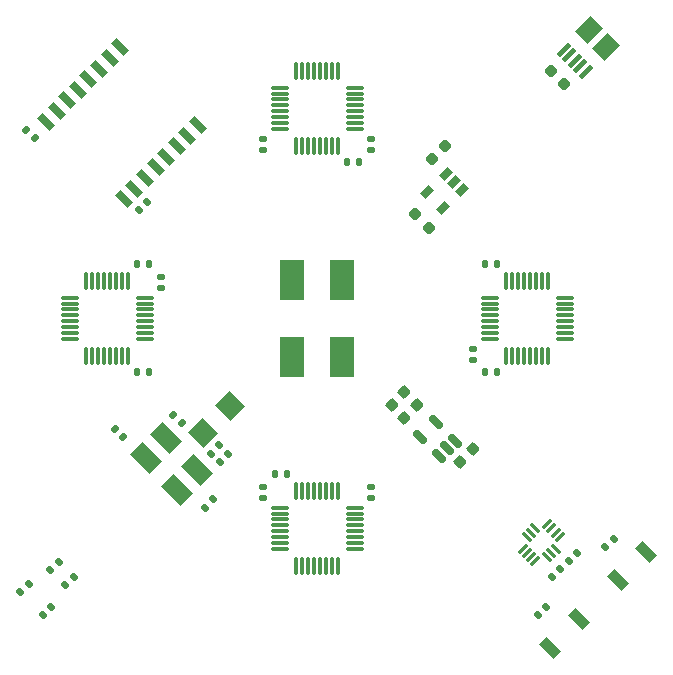
<source format=gbr>
G04 #@! TF.GenerationSoftware,KiCad,Pcbnew,5.99.0-unknown-29c2f3b7d4~131~ubuntu20.04.1*
G04 #@! TF.CreationDate,2021-09-13T23:51:00+03:00*
G04 #@! TF.ProjectId,FreeEEG32-alpha131,46726565-4545-4473-9332-2d616c706861,rev?*
G04 #@! TF.SameCoordinates,Original*
G04 #@! TF.FileFunction,Paste,Top*
G04 #@! TF.FilePolarity,Positive*
%FSLAX46Y46*%
G04 Gerber Fmt 4.6, Leading zero omitted, Abs format (unit mm)*
G04 Created by KiCad (PCBNEW 5.99.0-unknown-29c2f3b7d4~131~ubuntu20.04.1) date 2021-09-13 23:51:00*
%MOMM*%
%LPD*%
G01*
G04 APERTURE LIST*
G04 Aperture macros list*
%AMRoundRect*
0 Rectangle with rounded corners*
0 $1 Rounding radius*
0 $2 $3 $4 $5 $6 $7 $8 $9 X,Y pos of 4 corners*
0 Add a 4 corners polygon primitive as box body*
4,1,4,$2,$3,$4,$5,$6,$7,$8,$9,$2,$3,0*
0 Add four circle primitives for the rounded corners*
1,1,$1+$1,$2,$3*
1,1,$1+$1,$4,$5*
1,1,$1+$1,$6,$7*
1,1,$1+$1,$8,$9*
0 Add four rect primitives between the rounded corners*
20,1,$1+$1,$2,$3,$4,$5,0*
20,1,$1+$1,$4,$5,$6,$7,0*
20,1,$1+$1,$6,$7,$8,$9,0*
20,1,$1+$1,$8,$9,$2,$3,0*%
%AMRotRect*
0 Rectangle, with rotation*
0 The origin of the aperture is its center*
0 $1 length*
0 $2 width*
0 $3 Rotation angle, in degrees counterclockwise*
0 Add horizontal line*
21,1,$1,$2,0,0,$3*%
G04 Aperture macros list end*
%ADD10RoundRect,0.075000X0.675000X0.075000X-0.675000X0.075000X-0.675000X-0.075000X0.675000X-0.075000X0*%
%ADD11RoundRect,0.075000X0.075000X0.675000X-0.075000X0.675000X-0.075000X-0.675000X0.075000X-0.675000X0*%
%ADD12RotRect,1.075000X0.250000X45.000000*%
%ADD13RotRect,0.250000X1.075000X45.000000*%
%ADD14RoundRect,0.147500X-0.226274X-0.017678X-0.017678X-0.226274X0.226274X0.017678X0.017678X0.226274X0*%
%ADD15RoundRect,0.147500X0.017678X-0.226274X0.226274X-0.017678X-0.017678X0.226274X-0.226274X0.017678X0*%
%ADD16RoundRect,0.218750X0.026517X-0.335876X0.335876X-0.026517X-0.026517X0.335876X-0.335876X0.026517X0*%
%ADD17RoundRect,0.147500X-0.017678X0.226274X-0.226274X0.017678X0.017678X-0.226274X0.226274X-0.017678X0*%
%ADD18RotRect,1.060000X0.650000X225.000000*%
%ADD19RotRect,2.280000X1.500000X135.000000*%
%ADD20RoundRect,0.147500X0.226274X0.017678X0.017678X0.226274X-0.226274X-0.017678X-0.017678X-0.226274X0*%
%ADD21RoundRect,0.218750X-0.335876X-0.026517X-0.026517X-0.335876X0.335876X0.026517X0.026517X0.335876X0*%
%ADD22RotRect,0.400000X1.350000X135.000000*%
%ADD23RotRect,1.500000X1.900000X135.000000*%
%ADD24RotRect,0.900000X1.700000X225.000000*%
%ADD25RotRect,1.750000X1.800000X225.000000*%
%ADD26R,2.000000X3.500000*%
%ADD27RotRect,0.900000X1.700000X45.000000*%
%ADD28RoundRect,0.218750X0.335876X0.026517X0.026517X0.335876X-0.335876X-0.026517X-0.026517X-0.335876X0*%
%ADD29RotRect,1.500000X0.600000X135.000000*%
%ADD30RoundRect,0.140000X0.140000X0.170000X-0.140000X0.170000X-0.140000X-0.170000X0.140000X-0.170000X0*%
%ADD31RoundRect,0.140000X-0.140000X-0.170000X0.140000X-0.170000X0.140000X0.170000X-0.140000X0.170000X0*%
%ADD32RoundRect,0.140000X0.170000X-0.140000X0.170000X0.140000X-0.170000X0.140000X-0.170000X-0.140000X0*%
%ADD33RoundRect,0.075000X-0.075000X0.675000X-0.075000X-0.675000X0.075000X-0.675000X0.075000X0.675000X0*%
%ADD34RoundRect,0.075000X-0.675000X0.075000X-0.675000X-0.075000X0.675000X-0.075000X0.675000X0.075000X0*%
%ADD35RoundRect,0.140000X-0.170000X0.140000X-0.170000X-0.140000X0.170000X-0.140000X0.170000X0.140000X0*%
%ADD36RoundRect,0.225000X0.335876X0.017678X0.017678X0.335876X-0.335876X-0.017678X-0.017678X-0.335876X0*%
%ADD37RoundRect,0.075000X-0.675000X-0.075000X0.675000X-0.075000X0.675000X0.075000X-0.675000X0.075000X0*%
%ADD38RoundRect,0.075000X-0.075000X-0.675000X0.075000X-0.675000X0.075000X0.675000X-0.075000X0.675000X0*%
%ADD39RoundRect,0.225000X-0.017678X0.335876X-0.335876X0.017678X0.017678X-0.335876X0.335876X-0.017678X0*%
%ADD40RoundRect,0.150000X0.468458X-0.256326X-0.256326X0.468458X-0.468458X0.256326X0.256326X-0.468458X0*%
%ADD41RoundRect,0.075000X0.675000X-0.075000X0.675000X0.075000X-0.675000X0.075000X-0.675000X-0.075000X0*%
%ADD42RoundRect,0.075000X0.075000X-0.675000X0.075000X0.675000X-0.075000X0.675000X-0.075000X-0.675000X0*%
G04 APERTURE END LIST*
D10*
X20955000Y-1750000D03*
X20955000Y-1250000D03*
X20955000Y-750000D03*
X20955000Y-250000D03*
X20955000Y250000D03*
X20955000Y750000D03*
X20955000Y1250000D03*
X20955000Y1750000D03*
D11*
X19530000Y3175000D03*
X19030000Y3175000D03*
X18530000Y3175000D03*
X18030000Y3175000D03*
X17530000Y3175000D03*
X17030000Y3175000D03*
X16530000Y3175000D03*
X16030000Y3175000D03*
D10*
X14605000Y1750000D03*
X14605000Y1250000D03*
X14605000Y750000D03*
X14605000Y250000D03*
X14605000Y-250000D03*
X14605000Y-750000D03*
X14605000Y-1250000D03*
X14605000Y-1750000D03*
D11*
X16030000Y-3175000D03*
X16530000Y-3175000D03*
X17030000Y-3175000D03*
X17530000Y-3175000D03*
X18030000Y-3175000D03*
X18530000Y-3175000D03*
X19030000Y-3175000D03*
X19530000Y-3175000D03*
D12*
X17431002Y-19506752D03*
X17784556Y-19860305D03*
X18138109Y-20213858D03*
X18491662Y-20567412D03*
D13*
X19499290Y-20213858D03*
X19852843Y-19860305D03*
X20206396Y-19506752D03*
D12*
X20559950Y-18499124D03*
X20206396Y-18145571D03*
X19852843Y-17792018D03*
X19499290Y-17438464D03*
D13*
X18491662Y-17792018D03*
X18138109Y-18145571D03*
X17784556Y-18499124D03*
D14*
X-24599947Y15963947D03*
X-23914053Y15278053D03*
D15*
X-9512347Y-16014747D03*
X-8826453Y-15328853D03*
D16*
X9730153Y13463953D03*
X10843847Y14577647D03*
D15*
X18707053Y-25107947D03*
X19392947Y-24422053D03*
X-23202947Y-25107947D03*
X-22517053Y-24422053D03*
D17*
X-21882053Y-20612053D03*
X-22567947Y-21297947D03*
X-7505653Y-11493453D03*
X-8191547Y-12179347D03*
D18*
X12244569Y10887094D03*
X11572817Y11558845D03*
X10901066Y12230597D03*
X9345431Y10674962D03*
X10688934Y9331459D03*
D15*
X24422053Y-19392947D03*
X25107947Y-18707053D03*
D19*
X-10126969Y-12813975D03*
X-12813975Y-10126969D03*
X-14511031Y-11824025D03*
X-11824025Y-14511031D03*
D20*
X-16421053Y-10020347D03*
X-17106947Y-9334453D03*
D21*
X19788553Y20953047D03*
X20902247Y19839353D03*
D22*
X22745095Y20887874D03*
X22285476Y21347493D03*
X21825856Y21807112D03*
X21366237Y22266732D03*
X20906618Y22726351D03*
D23*
X23027938Y24423407D03*
X24442151Y23009194D03*
D24*
X22157082Y-25467918D03*
X19752918Y-27872082D03*
D25*
X-7340600Y-7391400D03*
X-9638698Y-9689498D03*
D26*
X2100000Y-3250000D03*
X2100000Y3250000D03*
X-2100000Y3250000D03*
X-2100000Y-3250000D03*
D17*
X-20612053Y-21882053D03*
X-21297947Y-22567947D03*
D15*
X19922529Y-21885885D03*
X20608423Y-21199991D03*
D17*
X-8267653Y-10756853D03*
X-8953547Y-11442747D03*
D27*
X25467918Y-22157082D03*
X27872082Y-19752918D03*
D17*
X21983747Y-19824653D03*
X21297853Y-20510547D03*
D20*
X-11468053Y-8851947D03*
X-12153947Y-8166053D03*
D28*
X9446847Y7684181D03*
X8333153Y8797875D03*
D15*
X-25107947Y-23202947D03*
X-24422053Y-22517053D03*
D29*
X-16365043Y10078864D03*
X-15467017Y10976889D03*
X-14568992Y11874915D03*
X-13670966Y12772941D03*
X-12772941Y13670966D03*
X-11874915Y14568992D03*
X-10976889Y15467017D03*
X-10078864Y16365043D03*
X-16654957Y22941136D03*
X-17552983Y22043111D03*
X-18451008Y21145085D03*
X-19349034Y20247059D03*
X-20247059Y19349034D03*
X-21145085Y18451008D03*
X-22043111Y17552983D03*
X-22941136Y16654957D03*
D15*
X-15074947Y9182053D03*
X-14389053Y9867947D03*
D30*
X-3528000Y-13208000D03*
X-2568000Y-13208000D03*
X15212000Y-4572000D03*
X14252000Y-4572000D03*
D31*
X-15212000Y4572000D03*
X-14252000Y4572000D03*
D32*
X-13208000Y2568000D03*
X-13208000Y3528000D03*
D33*
X1750000Y20955000D03*
X1250000Y20955000D03*
X750000Y20955000D03*
X250000Y20955000D03*
X-250000Y20955000D03*
X-750000Y20955000D03*
X-1250000Y20955000D03*
X-1750000Y20955000D03*
D34*
X-3175000Y19530000D03*
X-3175000Y19030000D03*
X-3175000Y18530000D03*
X-3175000Y18030000D03*
X-3175000Y17530000D03*
X-3175000Y17030000D03*
X-3175000Y16530000D03*
X-3175000Y16030000D03*
D33*
X-1750000Y14605000D03*
X-1250000Y14605000D03*
X-750000Y14605000D03*
X-250000Y14605000D03*
X250000Y14605000D03*
X750000Y14605000D03*
X1250000Y14605000D03*
X1750000Y14605000D03*
D34*
X3175000Y16030000D03*
X3175000Y16530000D03*
X3175000Y17030000D03*
X3175000Y17530000D03*
X3175000Y18030000D03*
X3175000Y18530000D03*
X3175000Y19030000D03*
X3175000Y19530000D03*
D31*
X2568000Y13208000D03*
X3528000Y13208000D03*
D35*
X-4572000Y15212000D03*
X-4572000Y14252000D03*
D32*
X-4572000Y-14252000D03*
X-4572000Y-15212000D03*
D35*
X13208000Y-2568000D03*
X13208000Y-3528000D03*
X4572000Y15212000D03*
X4572000Y14252000D03*
D36*
X7406008Y-8396608D03*
X6309992Y-7300592D03*
D37*
X-20955000Y1750000D03*
X-20955000Y1250000D03*
X-20955000Y750000D03*
X-20955000Y250000D03*
X-20955000Y-250000D03*
X-20955000Y-750000D03*
X-20955000Y-1250000D03*
X-20955000Y-1750000D03*
D38*
X-19530000Y-3175000D03*
X-19030000Y-3175000D03*
X-18530000Y-3175000D03*
X-18030000Y-3175000D03*
X-17530000Y-3175000D03*
X-17030000Y-3175000D03*
X-16530000Y-3175000D03*
X-16030000Y-3175000D03*
D37*
X-14605000Y-1750000D03*
X-14605000Y-1250000D03*
X-14605000Y-750000D03*
X-14605000Y-250000D03*
X-14605000Y250000D03*
X-14605000Y750000D03*
X-14605000Y1250000D03*
X-14605000Y1750000D03*
D38*
X-16030000Y3175000D03*
X-16530000Y3175000D03*
X-17030000Y3175000D03*
X-17530000Y3175000D03*
X-18030000Y3175000D03*
X-18530000Y3175000D03*
X-19030000Y3175000D03*
X-19530000Y3175000D03*
D31*
X-15212000Y-4572000D03*
X-14252000Y-4572000D03*
D39*
X13197208Y-11059792D03*
X12101192Y-12155808D03*
D40*
X10343383Y-11686885D03*
X11015134Y-11015134D03*
X11686885Y-10343383D03*
X10078217Y-8734715D03*
X8734715Y-10078217D03*
D32*
X4572000Y-14252000D03*
X4572000Y-15212000D03*
D30*
X15212000Y4572000D03*
X14252000Y4572000D03*
D36*
X8472808Y-7329808D03*
X7376792Y-6233792D03*
D41*
X-3175000Y-19530000D03*
X-3175000Y-19030000D03*
X-3175000Y-18530000D03*
X-3175000Y-18030000D03*
X-3175000Y-17530000D03*
X-3175000Y-17030000D03*
X-3175000Y-16530000D03*
X-3175000Y-16030000D03*
D42*
X-1750000Y-14605000D03*
X-1250000Y-14605000D03*
X-750000Y-14605000D03*
X-250000Y-14605000D03*
X250000Y-14605000D03*
X750000Y-14605000D03*
X1250000Y-14605000D03*
X1750000Y-14605000D03*
D41*
X3175000Y-16030000D03*
X3175000Y-16530000D03*
X3175000Y-17030000D03*
X3175000Y-17530000D03*
X3175000Y-18030000D03*
X3175000Y-18530000D03*
X3175000Y-19030000D03*
X3175000Y-19530000D03*
D42*
X1750000Y-20955000D03*
X1250000Y-20955000D03*
X750000Y-20955000D03*
X250000Y-20955000D03*
X-250000Y-20955000D03*
X-750000Y-20955000D03*
X-1250000Y-20955000D03*
X-1750000Y-20955000D03*
M02*

</source>
